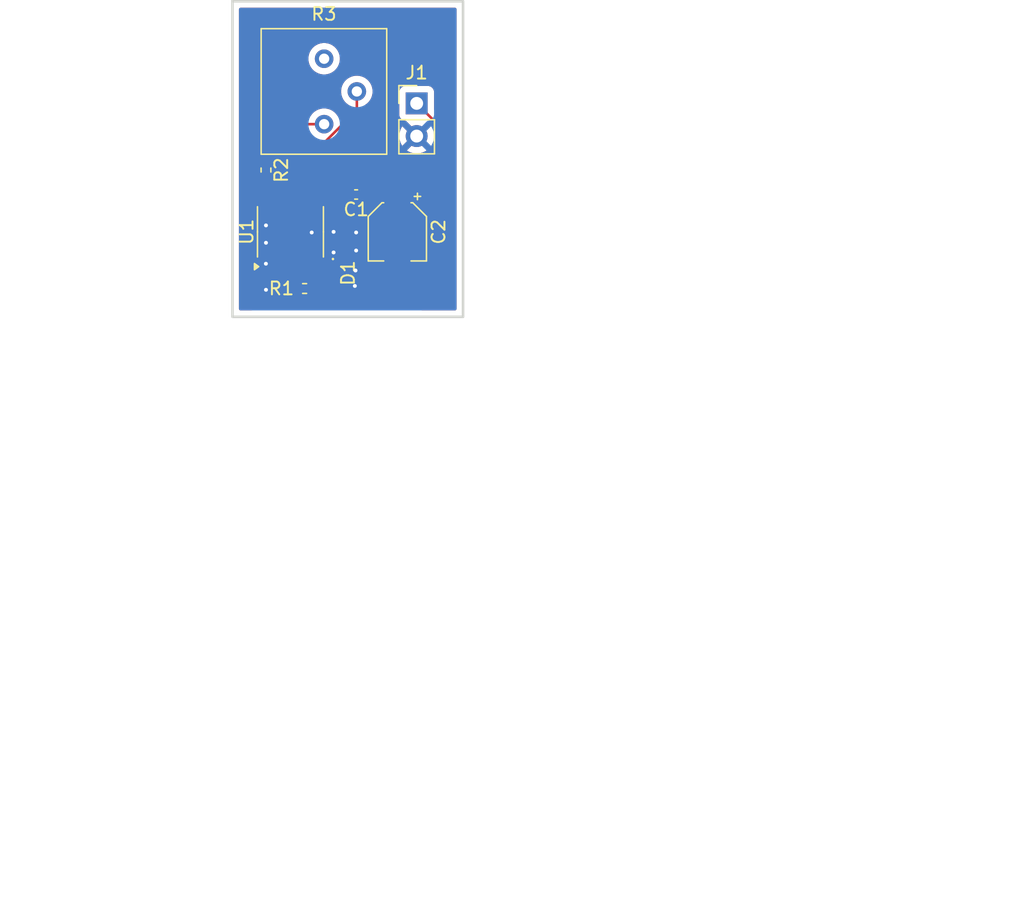
<source format=kicad_pcb>
(kicad_pcb (version 20241229) (generator "pcbnew") (generator_version "9.0")
  (title_block (title "555 LED Blinker PCB") (date "2025-05-22") (rev "1") (comment 1 "Looks Good to Me!"))
  (layers (0 "F.Cu" signal) (2 "B.Cu" signal) (13 "F.Paste" user) (15 "B.Paste" user) (5 "F.SilkS" user "F.Silkscreen") (7 "B.SilkS" user "B.Silkscreen") (1 "F.Mask" user) (3 "B.Mask" user) (25 "Edge.Cuts" user))
  (net 0 "")
  (net 1 "Net-(U1-CV)")
  (net 2 "GND")
  (net 3 "TRIG")
  (net 4 "Net-(D1-A)")
  (net 5 "+12V")
  (net 6 "Net-(U1-Q)")
  (net 7 "Net-(U1-DIS)")
  (footprint "Capacitor_SMD:CP_Elec_4x4.5" (layer "F.Cu") (at 126.8 124.4 -90)
    (property "Reference" "C2" (at 0 -3.2 90) (layer "F.SilkS"))
    (property "Value" "1uF")
    (fp_line (start -1.195563 2.26) (end 2.26 2.26) (stroke (width 0.12)) (layer "F.SilkS"))
    (fp_line (start 2.26 2.26) (end 2.26 1.06) (stroke (width 0.12)) (layer "F.SilkS"))
    (fp_line (start -2.26 1.195563) (end -1.195563 2.26) (stroke (width 0.12)) (layer "F.SilkS"))
    (fp_line (start -2.26 1.195563) (end -2.26 1.06) (stroke (width 0.12)) (layer "F.SilkS"))
    (fp_line (start -2.26 -1.195563) (end -2.26 -1.06) (stroke (width 0.12)) (layer "F.SilkS"))
    (fp_line (start -2.26 -1.195563) (end -1.195563 -2.26) (stroke (width 0.12)) (layer "F.SilkS"))
    (fp_line (start -3 -1.56) (end -2.5 -1.56) (stroke (width 0.12)) (layer "F.SilkS"))
    (fp_line (start -2.75 -1.81) (end -2.75 -1.31) (stroke (width 0.12)) (layer "F.SilkS"))
    (fp_line (start -1.195563 -2.26) (end 2.26 -2.26) (stroke (width 0.12)) (layer "F.SilkS"))
    (fp_line (start 2.26 -2.26) (end 2.26 -1.06) (stroke (width 0.12)) (layer "F.SilkS"))
    (pad "1" smd roundrect (at -1.8 0 270) (size 2.6 1.6) (layers "F.Cu" "F.Mask" "F.Paste") (roundrect_rratio 0.15625) (net 3 "TRIG"))
    (pad "2" smd roundrect (at 1.8 0 270) (size 2.6 1.6) (layers "F.Cu" "F.Mask" "F.Paste") (roundrect_rratio 0.15625) (net 2 "GND"))
  )
  (footprint "Potentiometer_THT:Potentiometer_Bourns_3386P_Vertical" (layer "F.Cu") (at 121.115 116.04)
    (property "Reference" "R3" (at -0.015 -8.555 0) (layer "F.SilkS"))
    (property "Value" "R_Variable")
    (fp_line (start -4.89 -7.415) (end -4.89 2.335) (stroke (width 0.12)) (layer "F.SilkS"))
    (fp_line (start -4.89 -7.415) (end 4.86 -7.415) (stroke (width 0.12)) (layer "F.SilkS"))
    (fp_line (start -4.89 2.335) (end 4.86 2.335) (stroke (width 0.12)) (layer "F.SilkS"))
    (fp_line (start 4.86 -7.415) (end 4.86 2.335) (stroke (width 0.12)) (layer "F.SilkS"))
    (pad "1" thru_hole circle (at 0 0) (size 1.44 1.44) (drill 0.8) (layers "*.Cu" "*.Mask") (net 7 "Net-(U1-DIS)"))
    (pad "2" thru_hole circle (at 2.54 -2.54) (size 1.44 1.44) (drill 0.8) (layers "*.Cu" "*.Mask") (net 3 "TRIG"))
    (pad "3" thru_hole circle (at 0 -5.08) (size 1.44 1.44) (drill 0.8) (layers "*.Cu" "*.Mask"))
  )
  (footprint "Resistor_SMD:R_0402_1005Metric" (layer "F.Cu") (at 116.6 119.6 -90)
    (property "Reference" "R2" (at 0.01 -1.19 90) (layer "F.SilkS"))
    (property "Value" "1K")
    (fp_line (start -0.153641 0.38) (end 0.153641 0.38) (stroke (width 0.12)) (layer "F.SilkS"))
    (fp_line (start -0.153641 -0.38) (end 0.153641 -0.38) (stroke (width 0.12)) (layer "F.SilkS"))
    (pad "1" smd roundrect (at -0.51 0 270) (size 0.54 0.64) (layers "F.Cu" "F.Mask" "F.Paste") (net 7 "Net-(U1-DIS)"))
    (pad "2" smd roundrect (at 0.51 0 270) (size 0.54 0.64) (layers "F.Cu" "F.Mask" "F.Paste") (net 5 "+12V"))
  )
  (footprint "Connector_PinHeader_2.54mm:PinHeader_1x02_P2.54mm_Vertical" (layer "F.Cu") (at 128.3 114.425)
    (property "Reference" "J1" (at 0 -2.38 0) (layer "F.SilkS"))
    (property "Value" "Conn_01x02_Pin")
    (fp_line (start -1.38 -1.38) (end 0 -1.38) (stroke (width 0.12)) (layer "F.SilkS"))
    (fp_line (start -1.38 0) (end -1.38 -1.38) (stroke (width 0.12)) (layer "F.SilkS"))
    (fp_line (start -1.38 1.27) (end -1.38 3.92) (stroke (width 0.12)) (layer "F.SilkS"))
    (fp_line (start -1.38 1.27) (end 1.38 1.27) (stroke (width 0.12)) (layer "F.SilkS"))
    (fp_line (start -1.38 3.92) (end 1.38 3.92) (stroke (width 0.12)) (layer "F.SilkS"))
    (fp_line (start 1.38 1.27) (end 1.38 3.92) (stroke (width 0.12)) (layer "F.SilkS"))
    (pad "1" thru_hole rect (at 0 0) (size 1.7 1.7) (drill 1) (layers "*.Cu" "*.Mask") (net 5 "+12V"))
    (pad "2" thru_hole circle (at 0 2.54) (size 1.7 1.7) (drill 1) (layers "*.Cu" "*.Mask") (net 2 "GND"))
  )
  (footprint "Capacitor_SMD:C_0402_1005Metric" (layer "F.Cu") (at 123.6 121.5 180)
    (property "Reference" "C1" (at 0 -1.16 0) (layer "F.SilkS"))
    (property "Value" "0.1uF")
    (fp_line (start -0.107836 0.36) (end 0.107836 0.36) (stroke (width 0.12)) (layer "F.SilkS"))
    (fp_line (start -0.107836 -0.36) (end 0.107836 -0.36) (stroke (width 0.12)) (layer "F.SilkS"))
    (pad "1" smd roundrect (at -0.48 0 180) (size 0.56 0.62) (layers "F.Cu" "F.Mask" "F.Paste") (net 2 "GND"))
    (pad "2" smd roundrect (at 0.48 0 180) (size 0.56 0.62) (layers "F.Cu" "F.Mask" "F.Paste") (net 1 "Net-(U1-CV)"))
  )
  (footprint "Package_SO:SOIC-8_3.9x4.9mm_P1.27mm" (layer "F.Cu") (at 118.5 124.4 90)
    (property "Reference" "U1" (at 0 -3.4 90) (layer "F.SilkS"))
    (property "Value" "LMC555xM")
    (fp_line (start 0 -2.56) (end 1.95 -2.56) (stroke (width 0.12)) (layer "F.SilkS"))
    (fp_line (start 0 -2.56) (end -1.95 -2.56) (stroke (width 0.12)) (layer "F.SilkS"))
    (fp_line (start 0 2.56) (end 1.95 2.56) (stroke (width 0.12)) (layer "F.SilkS"))
    (fp_line (start 0 2.56) (end -1.95 2.56) (stroke (width 0.12)) (layer "F.SilkS"))
    (fp_poly (pts (xy -2.7 -2.465) (xy -2.94 -2.795) (xy -2.46 -2.795)) (stroke (width 0.12)) (fill yes) (layer "F.SilkS"))
    (pad "1" smd roundrect (at -2.475 -1.905 90) (size 1.95 0.6) (layers "F.Cu" "F.Mask" "F.Paste") (net 2 "GND"))
    (pad "2" smd roundrect (at -2.475 -0.635 90) (size 1.95 0.6) (layers "F.Cu" "F.Mask" "F.Paste") (net 3 "TRIG"))
    (pad "3" smd roundrect (at -2.475 0.635 90) (size 1.95 0.6) (layers "F.Cu" "F.Mask" "F.Paste") (net 6 "Net-(U1-Q)"))
    (pad "4" smd roundrect (at -2.475 1.905 90) (size 1.95 0.6) (layers "F.Cu" "F.Mask" "F.Paste") (net 5 "+12V"))
    (pad "5" smd roundrect (at 2.475 1.905 90) (size 1.95 0.6) (layers "F.Cu" "F.Mask" "F.Paste") (net 1 "Net-(U1-CV)"))
    (pad "6" smd roundrect (at 2.475 0.635 90) (size 1.95 0.6) (layers "F.Cu" "F.Mask" "F.Paste") (net 3 "TRIG"))
    (pad "7" smd roundrect (at 2.475 -0.635 90) (size 1.95 0.6) (layers "F.Cu" "F.Mask" "F.Paste") (net 7 "Net-(U1-DIS)"))
    (pad "8" smd roundrect (at 2.475 -1.905 90) (size 1.95 0.6) (layers "F.Cu" "F.Mask" "F.Paste") (net 5 "+12V"))
  )
  (footprint "LED_SMD:LED_0402_1005Metric" (layer "F.Cu") (at 121.8 127.6 -90)
    (property "Reference" "D1" (at 0 -1.17 90) (layer "F.SilkS"))
    (property "Value" "LED")
    (fp_circle (center -1.09 0) (end -1.04 0) (stroke (width 0.1)) (fill no) (layer "F.SilkS"))
    (pad "1" smd roundrect (at -0.485 0 270) (size 0.59 0.64) (layers "F.Cu" "F.Mask" "F.Paste") (net 2 "GND"))
    (pad "2" smd roundrect (at 0.485 0 270) (size 0.59 0.64) (layers "F.Cu" "F.Mask" "F.Paste") (net 4 "Net-(D1-A)"))
  )
  (footprint "Resistor_SMD:R_0402_1005Metric" (layer "F.Cu") (at 119.6 128.8)
    (property "Reference" "R1" (at -1.8 0 0) (layer "F.SilkS"))
    (property "Value" "1K")
    (fp_line (start -0.153641 -0.38) (end 0.153641 -0.38) (stroke (width 0.12)) (layer "F.SilkS"))
    (fp_line (start -0.153641 0.38) (end 0.153641 0.38) (stroke (width 0.12)) (layer "F.SilkS"))
    (pad "1" smd roundrect (at -0.51 0) (size 0.54 0.64) (layers "F.Cu" "F.Mask" "F.Paste") (net 6 "Net-(U1-Q)"))
    (pad "2" smd roundrect (at 0.51 0) (size 0.54 0.64) (layers "F.Cu" "F.Mask" "F.Paste") (net 4 "Net-(D1-A)"))
  )
  (gr_rect (start 114 106.5) (end 131.9 131) (stroke (width 0.2)) (fill no) (layer "Edge.Cuts"))
  (segment (start 120.405 121.925) (end 120.83 121.5) (width 0.2) (layer "F.Cu") (net 1))
  (segment (start 120.83 121.5) (end 123.12 121.5) (width 0.2) (layer "F.Cu") (net 1))
  (via (at 123.6 125.85) (size 0.6) (drill 0.3) (layers "F.Cu" "B.Cu") (net 2))
  (via (at 116.6 123.9) (size 0.6) (drill 0.3) (layers "F.Cu" "B.Cu") (net 2))
  (via (at 116.6 128.9) (size 0.6) (drill 0.3) (layers "F.Cu" "B.Cu") (net 2))
  (via (at 123.5 128.6) (size 0.6) (drill 0.3) (layers "F.Cu" "B.Cu") (net 2))
  (via (at 116.6 125.25) (size 0.6) (drill 0.3) (layers "F.Cu" "B.Cu") (net 2))
  (via (at 123.55 127.4) (size 0.6) (drill 0.3) (layers "F.Cu" "B.Cu") (net 2))
  (via (at 121.85 126) (size 0.6) (drill 0.3) (layers "F.Cu" "B.Cu") (net 2))
  (via (at 121.85 124.4) (size 0.6) (drill 0.3) (layers "F.Cu" "B.Cu") (net 2))
  (via (at 120.15 124.45) (size 0.6) (drill 0.3) (layers "F.Cu" "B.Cu") (net 2))
  (via (at 123.6 124.45) (size 0.6) (drill 0.3) (layers "F.Cu" "B.Cu") (net 2))
  (via (at 116.595 126.875) (size 0.6) (drill 0.3) (layers "F.Cu" "B.Cu") (net 2))
  (segment (start 117.865 126.875) (end 117.865 129.165) (width 0.2) (layer "F.Cu") (net 3))
  (segment (start 119.135 119.463913) (end 123.655 114.943913) (width 0.2) (layer "F.Cu") (net 3))
  (segment (start 119.135 123.6) (end 119.135 121.925) (width 0.2) (layer "F.Cu") (net 3))
  (segment (start 119.135 121.925) (end 119.135 119.463913) (width 0.2) (layer "F.Cu") (net 3))
  (segment (start 123.655 114.943913) (end 123.655 113.5) (width 0.2) (layer "F.Cu") (net 3))
  (segment (start 124.7339 129.699) (end 124.7339 124.6661) (width 0.2) (layer "F.Cu") (net 3))
  (segment (start 117.865 129.165) (end 118.399 129.699) (width 0.2) (layer "F.Cu") (net 3))
  (segment (start 124.7339 124.6661) (end 126.8 122.6) (width 0.2) (layer "F.Cu") (net 3))
  (segment (start 118.399 129.699) (end 124.7339 129.699) (width 0.2) (layer "F.Cu") (net 3))
  (segment (start 126.8 122.6) (end 125.8 123.6) (width 0.2) (layer "F.Cu") (net 3))
  (segment (start 117.865 126.875) (end 117.865 125.900001) (width 0.2) (layer "F.Cu") (net 3))
  (segment (start 125.8 123.6) (end 119.135 123.6) (width 0.2) (layer "F.Cu") (net 3))
  (segment (start 121.085 128.8) (end 121.8 128.085) (width 0.2) (layer "F.Cu") (net 4))
  (segment (start 120.11 128.8) (end 121.085 128.8) (width 0.2) (layer "F.Cu") (net 4))
  (segment (start 125.2 129.8) (end 128.3 129.8) (width 0.2) (layer "F.Cu") (net 5))
  (segment (start 116.6 120.11) (end 116.6 121.92) (width 0.2) (layer "F.Cu") (net 5))
  (segment (start 116.2 130.1) (end 124.9 130.1) (width 0.2) (layer "F.Cu") (net 5))
  (segment (start 115.7 122.82) (end 115.7 129.6) (width 0.2) (layer "F.Cu") (net 5))
  (segment (start 116.595 121.925) (end 115.7 122.82) (width 0.2) (layer "F.Cu") (net 5))
  (segment (start 129.8 115.925) (end 128.3 114.425) (width 0.2) (layer "F.Cu") (net 5))
  (segment (start 116.6 121.92) (end 116.595 121.925) (width 0.2) (layer "F.Cu") (net 5))
  (segment (start 116.595 122.271968) (end 116.595 121.925) (width 0.2) (layer "F.Cu") (net 5))
  (segment (start 120.405 126.875) (end 120.405 126.081968) (width 0.2) (layer "F.Cu") (net 5))
  (segment (start 124.9 130.1) (end 125.2 129.8) (width 0.2) (layer "F.Cu") (net 5))
  (segment (start 129.8 128.3) (end 129.8 115.925) (width 0.2) (layer "F.Cu") (net 5))
  (segment (start 128.3 129.8) (end 129.8 128.3) (width 0.2) (layer "F.Cu") (net 5))
  (segment (start 115.7 129.6) (end 116.2 130.1) (width 0.2) (layer "F.Cu") (net 5))
  (segment (start 120.405 126.081968) (end 116.595 122.271968) (width 0.2) (layer "F.Cu") (net 5))
  (segment (start 119.135 128.745) (end 119.19 128.8) (width 0.2) (layer "F.Cu") (net 6))
  (segment (start 119.135 126.875) (end 119.135 128.745) (width 0.2) (layer "F.Cu") (net 6))
  (segment (start 117.865 119.465) (end 117.865 121.925) (width 0.2) (layer "F.Cu") (net 7))
  (segment (start 116.6 119.09) (end 117.49 119.09) (width 0.2) (layer "F.Cu") (net 7))
  (segment (start 121.115 116.04) (end 119.65 116.04) (width 0.2) (layer "F.Cu") (net 7))
  (segment (start 117.49 119.09) (end 117.865 119.465) (width 0.2) (layer "F.Cu") (net 7))
  (segment (start 119.65 116.04) (end 116.6 119.09) (width 0.2) (layer "F.Cu") (net 7))
  (zone (net 2) (net_name "GND") (layers "F.Cu" "B.Cu") (connect_pads (clearance 0.5)) (min_thickness 0.25) (fill yes (thermal_gap 0.5) (thermal_bridge_width 0.5))
    (polygon (pts (xy 114 106.6) (xy 131.9 106.5) (xy 131.9 131) (xy 114 131)))
  )
)
</source>
